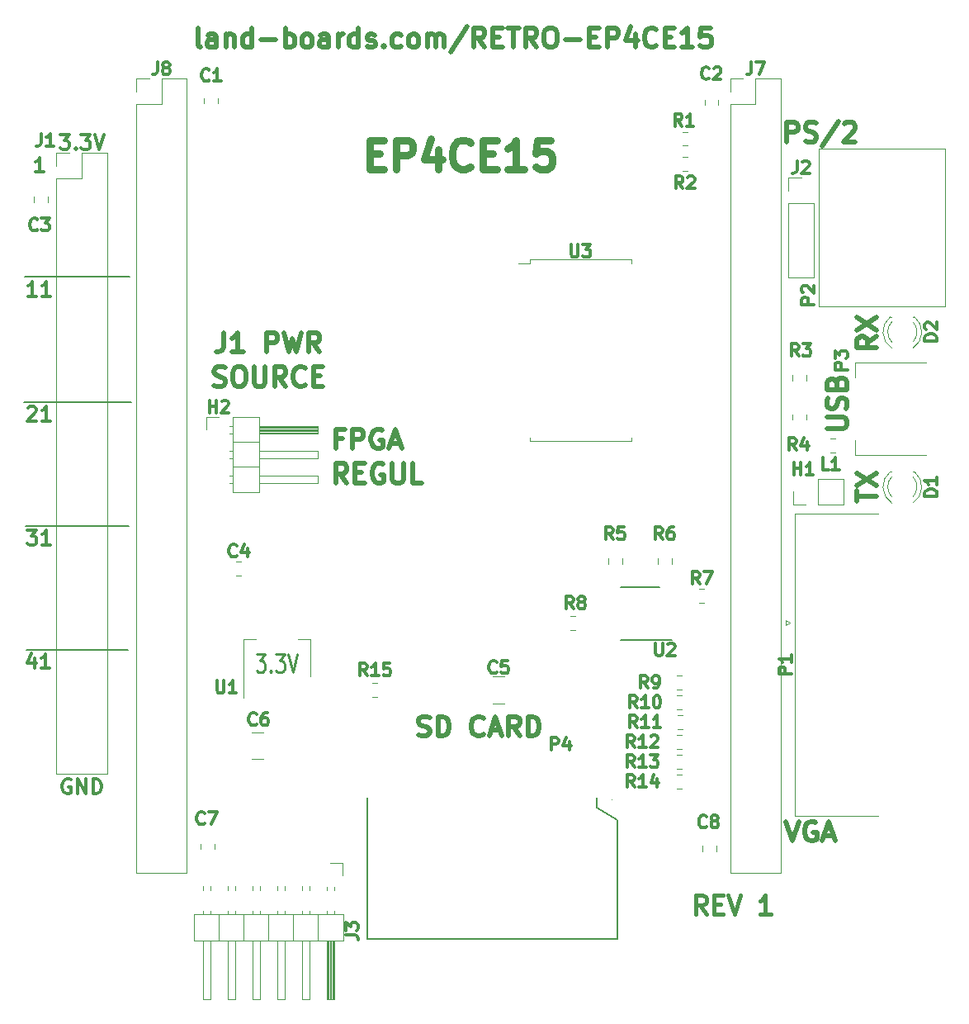
<source format=gbr>
G04 #@! TF.GenerationSoftware,KiCad,Pcbnew,(5.0.2)-1*
G04 #@! TF.CreationDate,2019-12-01T08:35:55-05:00*
G04 #@! TF.ProjectId,RETRO-EP4CE15,52455452-4f2d-4455-9034-434531352e6b,1*
G04 #@! TF.SameCoordinates,Original*
G04 #@! TF.FileFunction,Legend,Top*
G04 #@! TF.FilePolarity,Positive*
%FSLAX46Y46*%
G04 Gerber Fmt 4.6, Leading zero omitted, Abs format (unit mm)*
G04 Created by KiCad (PCBNEW (5.0.2)-1) date 12/1/2019 8:35:55 AM*
%MOMM*%
%LPD*%
G01*
G04 APERTURE LIST*
%ADD10C,0.500000*%
%ADD11C,0.300000*%
%ADD12C,0.200000*%
%ADD13C,0.285750*%
%ADD14C,0.750000*%
%ADD15C,0.381000*%
%ADD16C,0.120000*%
%ADD17C,0.150000*%
%ADD18C,0.010000*%
%ADD19C,0.317500*%
G04 APERTURE END LIST*
D10*
X43123857Y-53733142D02*
X42457190Y-53733142D01*
X42457190Y-54780761D02*
X42457190Y-52780761D01*
X43409571Y-52780761D01*
X44171476Y-54780761D02*
X44171476Y-52780761D01*
X44933380Y-52780761D01*
X45123857Y-52876000D01*
X45219095Y-52971238D01*
X45314333Y-53161714D01*
X45314333Y-53447428D01*
X45219095Y-53637904D01*
X45123857Y-53733142D01*
X44933380Y-53828380D01*
X44171476Y-53828380D01*
X47219095Y-52876000D02*
X47028619Y-52780761D01*
X46742904Y-52780761D01*
X46457190Y-52876000D01*
X46266714Y-53066476D01*
X46171476Y-53256952D01*
X46076238Y-53637904D01*
X46076238Y-53923619D01*
X46171476Y-54304571D01*
X46266714Y-54495047D01*
X46457190Y-54685523D01*
X46742904Y-54780761D01*
X46933380Y-54780761D01*
X47219095Y-54685523D01*
X47314333Y-54590285D01*
X47314333Y-53923619D01*
X46933380Y-53923619D01*
X48076238Y-54209333D02*
X49028619Y-54209333D01*
X47885761Y-54780761D02*
X48552428Y-52780761D01*
X49219095Y-54780761D01*
X43600047Y-58280761D02*
X42933380Y-57328380D01*
X42457190Y-58280761D02*
X42457190Y-56280761D01*
X43219095Y-56280761D01*
X43409571Y-56376000D01*
X43504809Y-56471238D01*
X43600047Y-56661714D01*
X43600047Y-56947428D01*
X43504809Y-57137904D01*
X43409571Y-57233142D01*
X43219095Y-57328380D01*
X42457190Y-57328380D01*
X44457190Y-57233142D02*
X45123857Y-57233142D01*
X45409571Y-58280761D02*
X44457190Y-58280761D01*
X44457190Y-56280761D01*
X45409571Y-56280761D01*
X47314333Y-56376000D02*
X47123857Y-56280761D01*
X46838142Y-56280761D01*
X46552428Y-56376000D01*
X46361952Y-56566476D01*
X46266714Y-56756952D01*
X46171476Y-57137904D01*
X46171476Y-57423619D01*
X46266714Y-57804571D01*
X46361952Y-57995047D01*
X46552428Y-58185523D01*
X46838142Y-58280761D01*
X47028619Y-58280761D01*
X47314333Y-58185523D01*
X47409571Y-58090285D01*
X47409571Y-57423619D01*
X47028619Y-57423619D01*
X48266714Y-56280761D02*
X48266714Y-57899809D01*
X48361952Y-58090285D01*
X48457190Y-58185523D01*
X48647666Y-58280761D01*
X49028619Y-58280761D01*
X49219095Y-58185523D01*
X49314333Y-58090285D01*
X49409571Y-57899809D01*
X49409571Y-56280761D01*
X51314333Y-58280761D02*
X50361952Y-58280761D01*
X50361952Y-56280761D01*
X97932761Y-43259333D02*
X96980380Y-43926000D01*
X97932761Y-44402190D02*
X95932761Y-44402190D01*
X95932761Y-43640285D01*
X96028000Y-43449809D01*
X96123238Y-43354571D01*
X96313714Y-43259333D01*
X96599428Y-43259333D01*
X96789904Y-43354571D01*
X96885142Y-43449809D01*
X96980380Y-43640285D01*
X96980380Y-44402190D01*
X95932761Y-42592666D02*
X97932761Y-41259333D01*
X95932761Y-41259333D02*
X97932761Y-42592666D01*
X95932761Y-60197809D02*
X95932761Y-59054952D01*
X97932761Y-59626380D02*
X95932761Y-59626380D01*
X95932761Y-58578761D02*
X97932761Y-57245428D01*
X95932761Y-57245428D02*
X97932761Y-58578761D01*
X30988571Y-42874761D02*
X30988571Y-44303333D01*
X30893333Y-44589047D01*
X30702857Y-44779523D01*
X30417142Y-44874761D01*
X30226666Y-44874761D01*
X32988571Y-44874761D02*
X31845714Y-44874761D01*
X32417142Y-44874761D02*
X32417142Y-42874761D01*
X32226666Y-43160476D01*
X32036190Y-43350952D01*
X31845714Y-43446190D01*
X35369523Y-44874761D02*
X35369523Y-42874761D01*
X36131428Y-42874761D01*
X36321904Y-42970000D01*
X36417142Y-43065238D01*
X36512380Y-43255714D01*
X36512380Y-43541428D01*
X36417142Y-43731904D01*
X36321904Y-43827142D01*
X36131428Y-43922380D01*
X35369523Y-43922380D01*
X37179047Y-42874761D02*
X37655238Y-44874761D01*
X38036190Y-43446190D01*
X38417142Y-44874761D01*
X38893333Y-42874761D01*
X40798095Y-44874761D02*
X40131428Y-43922380D01*
X39655238Y-44874761D02*
X39655238Y-42874761D01*
X40417142Y-42874761D01*
X40607619Y-42970000D01*
X40702857Y-43065238D01*
X40798095Y-43255714D01*
X40798095Y-43541428D01*
X40702857Y-43731904D01*
X40607619Y-43827142D01*
X40417142Y-43922380D01*
X39655238Y-43922380D01*
X29988571Y-48279523D02*
X30274285Y-48374761D01*
X30750476Y-48374761D01*
X30940952Y-48279523D01*
X31036190Y-48184285D01*
X31131428Y-47993809D01*
X31131428Y-47803333D01*
X31036190Y-47612857D01*
X30940952Y-47517619D01*
X30750476Y-47422380D01*
X30369523Y-47327142D01*
X30179047Y-47231904D01*
X30083809Y-47136666D01*
X29988571Y-46946190D01*
X29988571Y-46755714D01*
X30083809Y-46565238D01*
X30179047Y-46470000D01*
X30369523Y-46374761D01*
X30845714Y-46374761D01*
X31131428Y-46470000D01*
X32369523Y-46374761D02*
X32750476Y-46374761D01*
X32940952Y-46470000D01*
X33131428Y-46660476D01*
X33226666Y-47041428D01*
X33226666Y-47708095D01*
X33131428Y-48089047D01*
X32940952Y-48279523D01*
X32750476Y-48374761D01*
X32369523Y-48374761D01*
X32179047Y-48279523D01*
X31988571Y-48089047D01*
X31893333Y-47708095D01*
X31893333Y-47041428D01*
X31988571Y-46660476D01*
X32179047Y-46470000D01*
X32369523Y-46374761D01*
X34083809Y-46374761D02*
X34083809Y-47993809D01*
X34179047Y-48184285D01*
X34274285Y-48279523D01*
X34464761Y-48374761D01*
X34845714Y-48374761D01*
X35036190Y-48279523D01*
X35131428Y-48184285D01*
X35226666Y-47993809D01*
X35226666Y-46374761D01*
X37321904Y-48374761D02*
X36655238Y-47422380D01*
X36179047Y-48374761D02*
X36179047Y-46374761D01*
X36940952Y-46374761D01*
X37131428Y-46470000D01*
X37226666Y-46565238D01*
X37321904Y-46755714D01*
X37321904Y-47041428D01*
X37226666Y-47231904D01*
X37131428Y-47327142D01*
X36940952Y-47422380D01*
X36179047Y-47422380D01*
X39321904Y-48184285D02*
X39226666Y-48279523D01*
X38940952Y-48374761D01*
X38750476Y-48374761D01*
X38464761Y-48279523D01*
X38274285Y-48089047D01*
X38179047Y-47898571D01*
X38083809Y-47517619D01*
X38083809Y-47231904D01*
X38179047Y-46850952D01*
X38274285Y-46660476D01*
X38464761Y-46470000D01*
X38750476Y-46374761D01*
X38940952Y-46374761D01*
X39226666Y-46470000D01*
X39321904Y-46565238D01*
X40179047Y-47327142D02*
X40845714Y-47327142D01*
X41131428Y-48374761D02*
X40179047Y-48374761D01*
X40179047Y-46374761D01*
X41131428Y-46374761D01*
X88662190Y-92986361D02*
X89328857Y-94986361D01*
X89995523Y-92986361D01*
X91709809Y-93081600D02*
X91519333Y-92986361D01*
X91233619Y-92986361D01*
X90947904Y-93081600D01*
X90757428Y-93272076D01*
X90662190Y-93462552D01*
X90566952Y-93843504D01*
X90566952Y-94129219D01*
X90662190Y-94510171D01*
X90757428Y-94700647D01*
X90947904Y-94891123D01*
X91233619Y-94986361D01*
X91424095Y-94986361D01*
X91709809Y-94891123D01*
X91805047Y-94795885D01*
X91805047Y-94129219D01*
X91424095Y-94129219D01*
X92566952Y-94414933D02*
X93519333Y-94414933D01*
X92376476Y-94986361D02*
X93043142Y-92986361D01*
X93709809Y-94986361D01*
X50959523Y-84121523D02*
X51245238Y-84216761D01*
X51721428Y-84216761D01*
X51911904Y-84121523D01*
X52007142Y-84026285D01*
X52102380Y-83835809D01*
X52102380Y-83645333D01*
X52007142Y-83454857D01*
X51911904Y-83359619D01*
X51721428Y-83264380D01*
X51340476Y-83169142D01*
X51150000Y-83073904D01*
X51054761Y-82978666D01*
X50959523Y-82788190D01*
X50959523Y-82597714D01*
X51054761Y-82407238D01*
X51150000Y-82312000D01*
X51340476Y-82216761D01*
X51816666Y-82216761D01*
X52102380Y-82312000D01*
X52959523Y-84216761D02*
X52959523Y-82216761D01*
X53435714Y-82216761D01*
X53721428Y-82312000D01*
X53911904Y-82502476D01*
X54007142Y-82692952D01*
X54102380Y-83073904D01*
X54102380Y-83359619D01*
X54007142Y-83740571D01*
X53911904Y-83931047D01*
X53721428Y-84121523D01*
X53435714Y-84216761D01*
X52959523Y-84216761D01*
X57626190Y-84026285D02*
X57530952Y-84121523D01*
X57245238Y-84216761D01*
X57054761Y-84216761D01*
X56769047Y-84121523D01*
X56578571Y-83931047D01*
X56483333Y-83740571D01*
X56388095Y-83359619D01*
X56388095Y-83073904D01*
X56483333Y-82692952D01*
X56578571Y-82502476D01*
X56769047Y-82312000D01*
X57054761Y-82216761D01*
X57245238Y-82216761D01*
X57530952Y-82312000D01*
X57626190Y-82407238D01*
X58388095Y-83645333D02*
X59340476Y-83645333D01*
X58197619Y-84216761D02*
X58864285Y-82216761D01*
X59530952Y-84216761D01*
X61340476Y-84216761D02*
X60673809Y-83264380D01*
X60197619Y-84216761D02*
X60197619Y-82216761D01*
X60959523Y-82216761D01*
X61150000Y-82312000D01*
X61245238Y-82407238D01*
X61340476Y-82597714D01*
X61340476Y-82883428D01*
X61245238Y-83073904D01*
X61150000Y-83169142D01*
X60959523Y-83264380D01*
X60197619Y-83264380D01*
X62197619Y-84216761D02*
X62197619Y-82216761D01*
X62673809Y-82216761D01*
X62959523Y-82312000D01*
X63150000Y-82502476D01*
X63245238Y-82692952D01*
X63340476Y-83073904D01*
X63340476Y-83359619D01*
X63245238Y-83740571D01*
X63150000Y-83931047D01*
X62959523Y-84121523D01*
X62673809Y-84216761D01*
X62197619Y-84216761D01*
D11*
X14219514Y-22571971D02*
X15148085Y-22571971D01*
X14648085Y-23143400D01*
X14862371Y-23143400D01*
X15005228Y-23214828D01*
X15076657Y-23286257D01*
X15148085Y-23429114D01*
X15148085Y-23786257D01*
X15076657Y-23929114D01*
X15005228Y-24000542D01*
X14862371Y-24071971D01*
X14433800Y-24071971D01*
X14290942Y-24000542D01*
X14219514Y-23929114D01*
X15790942Y-23929114D02*
X15862371Y-24000542D01*
X15790942Y-24071971D01*
X15719514Y-24000542D01*
X15790942Y-23929114D01*
X15790942Y-24071971D01*
X16362371Y-22571971D02*
X17290942Y-22571971D01*
X16790942Y-23143400D01*
X17005228Y-23143400D01*
X17148085Y-23214828D01*
X17219514Y-23286257D01*
X17290942Y-23429114D01*
X17290942Y-23786257D01*
X17219514Y-23929114D01*
X17148085Y-24000542D01*
X17005228Y-24071971D01*
X16576657Y-24071971D01*
X16433800Y-24000542D01*
X16362371Y-23929114D01*
X17719514Y-22571971D02*
X18219514Y-24071971D01*
X18719514Y-22571971D01*
X15265542Y-88708800D02*
X15122685Y-88637371D01*
X14908400Y-88637371D01*
X14694114Y-88708800D01*
X14551257Y-88851657D01*
X14479828Y-88994514D01*
X14408400Y-89280228D01*
X14408400Y-89494514D01*
X14479828Y-89780228D01*
X14551257Y-89923085D01*
X14694114Y-90065942D01*
X14908400Y-90137371D01*
X15051257Y-90137371D01*
X15265542Y-90065942D01*
X15336971Y-89994514D01*
X15336971Y-89494514D01*
X15051257Y-89494514D01*
X15979828Y-90137371D02*
X15979828Y-88637371D01*
X16836971Y-90137371D01*
X16836971Y-88637371D01*
X17551257Y-90137371D02*
X17551257Y-88637371D01*
X17908400Y-88637371D01*
X18122685Y-88708800D01*
X18265542Y-88851657D01*
X18336971Y-88994514D01*
X18408400Y-89280228D01*
X18408400Y-89494514D01*
X18336971Y-89780228D01*
X18265542Y-89923085D01*
X18122685Y-90065942D01*
X17908400Y-90137371D01*
X17551257Y-90137371D01*
X11560228Y-76284971D02*
X11560228Y-77284971D01*
X11203085Y-75713542D02*
X10845942Y-76784971D01*
X11774514Y-76784971D01*
X13131657Y-77284971D02*
X12274514Y-77284971D01*
X12703085Y-77284971D02*
X12703085Y-75784971D01*
X12560228Y-75999257D01*
X12417371Y-76142114D01*
X12274514Y-76213542D01*
X10850714Y-63135771D02*
X11779285Y-63135771D01*
X11279285Y-63707200D01*
X11493571Y-63707200D01*
X11636428Y-63778628D01*
X11707857Y-63850057D01*
X11779285Y-63992914D01*
X11779285Y-64350057D01*
X11707857Y-64492914D01*
X11636428Y-64564342D01*
X11493571Y-64635771D01*
X11065000Y-64635771D01*
X10922142Y-64564342D01*
X10850714Y-64492914D01*
X13207857Y-64635771D02*
X12350714Y-64635771D01*
X12779285Y-64635771D02*
X12779285Y-63135771D01*
X12636428Y-63350057D01*
X12493571Y-63492914D01*
X12350714Y-63564342D01*
X10896742Y-50553228D02*
X10968171Y-50481800D01*
X11111028Y-50410371D01*
X11468171Y-50410371D01*
X11611028Y-50481800D01*
X11682457Y-50553228D01*
X11753885Y-50696085D01*
X11753885Y-50838942D01*
X11682457Y-51053228D01*
X10825314Y-51910371D01*
X11753885Y-51910371D01*
X13182457Y-51910371D02*
X12325314Y-51910371D01*
X12753885Y-51910371D02*
X12753885Y-50410371D01*
X12611028Y-50624657D01*
X12468171Y-50767514D01*
X12325314Y-50838942D01*
X11779285Y-39159571D02*
X10922142Y-39159571D01*
X11350714Y-39159571D02*
X11350714Y-37659571D01*
X11207857Y-37873857D01*
X11065000Y-38016714D01*
X10922142Y-38088142D01*
X13207857Y-39159571D02*
X12350714Y-39159571D01*
X12779285Y-39159571D02*
X12779285Y-37659571D01*
X12636428Y-37873857D01*
X12493571Y-38016714D01*
X12350714Y-38088142D01*
X12544371Y-26408771D02*
X11687228Y-26408771D01*
X12115800Y-26408771D02*
X12115800Y-24908771D01*
X11972942Y-25123057D01*
X11830085Y-25265914D01*
X11687228Y-25337342D01*
D12*
X21158200Y-75361800D02*
X10718800Y-75387200D01*
X21234400Y-62687200D02*
X10668000Y-62661800D01*
X21513800Y-49961800D02*
X10490200Y-49961800D01*
X21336000Y-37134800D02*
X10541000Y-37134800D01*
D10*
X92884761Y-52688809D02*
X94503809Y-52688809D01*
X94694285Y-52593571D01*
X94789523Y-52498333D01*
X94884761Y-52307857D01*
X94884761Y-51926904D01*
X94789523Y-51736428D01*
X94694285Y-51641190D01*
X94503809Y-51545952D01*
X92884761Y-51545952D01*
X94789523Y-50688809D02*
X94884761Y-50403095D01*
X94884761Y-49926904D01*
X94789523Y-49736428D01*
X94694285Y-49641190D01*
X94503809Y-49545952D01*
X94313333Y-49545952D01*
X94122857Y-49641190D01*
X94027619Y-49736428D01*
X93932380Y-49926904D01*
X93837142Y-50307857D01*
X93741904Y-50498333D01*
X93646666Y-50593571D01*
X93456190Y-50688809D01*
X93265714Y-50688809D01*
X93075238Y-50593571D01*
X92980000Y-50498333D01*
X92884761Y-50307857D01*
X92884761Y-49831666D01*
X92980000Y-49545952D01*
X93837142Y-48022142D02*
X93932380Y-47736428D01*
X94027619Y-47641190D01*
X94218095Y-47545952D01*
X94503809Y-47545952D01*
X94694285Y-47641190D01*
X94789523Y-47736428D01*
X94884761Y-47926904D01*
X94884761Y-48688809D01*
X92884761Y-48688809D01*
X92884761Y-48022142D01*
X92980000Y-47831666D01*
X93075238Y-47736428D01*
X93265714Y-47641190D01*
X93456190Y-47641190D01*
X93646666Y-47736428D01*
X93741904Y-47831666D01*
X93837142Y-48022142D01*
X93837142Y-48688809D01*
D13*
X34335961Y-75791785D02*
X35200771Y-75791785D01*
X34735104Y-76517500D01*
X34934676Y-76517500D01*
X35067723Y-76608214D01*
X35134247Y-76698928D01*
X35200771Y-76880357D01*
X35200771Y-77333928D01*
X35134247Y-77515357D01*
X35067723Y-77606071D01*
X34934676Y-77696785D01*
X34535533Y-77696785D01*
X34402485Y-77606071D01*
X34335961Y-77515357D01*
X35799485Y-77515357D02*
X35866009Y-77606071D01*
X35799485Y-77696785D01*
X35732961Y-77606071D01*
X35799485Y-77515357D01*
X35799485Y-77696785D01*
X36331676Y-75791785D02*
X37196485Y-75791785D01*
X36730819Y-76517500D01*
X36930390Y-76517500D01*
X37063438Y-76608214D01*
X37129961Y-76698928D01*
X37196485Y-76880357D01*
X37196485Y-77333928D01*
X37129961Y-77515357D01*
X37063438Y-77606071D01*
X36930390Y-77696785D01*
X36531247Y-77696785D01*
X36398200Y-77606071D01*
X36331676Y-77515357D01*
X37595628Y-75791785D02*
X38061295Y-77696785D01*
X38526961Y-75791785D01*
D10*
X88723809Y-23304761D02*
X88723809Y-21304761D01*
X89485714Y-21304761D01*
X89676190Y-21400000D01*
X89771428Y-21495238D01*
X89866666Y-21685714D01*
X89866666Y-21971428D01*
X89771428Y-22161904D01*
X89676190Y-22257142D01*
X89485714Y-22352380D01*
X88723809Y-22352380D01*
X90628571Y-23209523D02*
X90914285Y-23304761D01*
X91390476Y-23304761D01*
X91580952Y-23209523D01*
X91676190Y-23114285D01*
X91771428Y-22923809D01*
X91771428Y-22733333D01*
X91676190Y-22542857D01*
X91580952Y-22447619D01*
X91390476Y-22352380D01*
X91009523Y-22257142D01*
X90819047Y-22161904D01*
X90723809Y-22066666D01*
X90628571Y-21876190D01*
X90628571Y-21685714D01*
X90723809Y-21495238D01*
X90819047Y-21400000D01*
X91009523Y-21304761D01*
X91485714Y-21304761D01*
X91771428Y-21400000D01*
X94057142Y-21209523D02*
X92342857Y-23780952D01*
X94628571Y-21495238D02*
X94723809Y-21400000D01*
X94914285Y-21304761D01*
X95390476Y-21304761D01*
X95580952Y-21400000D01*
X95676190Y-21495238D01*
X95771428Y-21685714D01*
X95771428Y-21876190D01*
X95676190Y-22161904D01*
X94533333Y-23304761D01*
X95771428Y-23304761D01*
D14*
X45959285Y-24550714D02*
X46959285Y-24550714D01*
X47387857Y-26122142D02*
X45959285Y-26122142D01*
X45959285Y-23122142D01*
X47387857Y-23122142D01*
X48673571Y-26122142D02*
X48673571Y-23122142D01*
X49816428Y-23122142D01*
X50102142Y-23265000D01*
X50245000Y-23407857D01*
X50387857Y-23693571D01*
X50387857Y-24122142D01*
X50245000Y-24407857D01*
X50102142Y-24550714D01*
X49816428Y-24693571D01*
X48673571Y-24693571D01*
X52959285Y-24122142D02*
X52959285Y-26122142D01*
X52245000Y-22979285D02*
X51530714Y-25122142D01*
X53387857Y-25122142D01*
X56245000Y-25836428D02*
X56102142Y-25979285D01*
X55673571Y-26122142D01*
X55387857Y-26122142D01*
X54959285Y-25979285D01*
X54673571Y-25693571D01*
X54530714Y-25407857D01*
X54387857Y-24836428D01*
X54387857Y-24407857D01*
X54530714Y-23836428D01*
X54673571Y-23550714D01*
X54959285Y-23265000D01*
X55387857Y-23122142D01*
X55673571Y-23122142D01*
X56102142Y-23265000D01*
X56245000Y-23407857D01*
X57530714Y-24550714D02*
X58530714Y-24550714D01*
X58959285Y-26122142D02*
X57530714Y-26122142D01*
X57530714Y-23122142D01*
X58959285Y-23122142D01*
X61816428Y-26122142D02*
X60102142Y-26122142D01*
X60959285Y-26122142D02*
X60959285Y-23122142D01*
X60673571Y-23550714D01*
X60387857Y-23836428D01*
X60102142Y-23979285D01*
X64530714Y-23122142D02*
X63102142Y-23122142D01*
X62959285Y-24550714D01*
X63102142Y-24407857D01*
X63387857Y-24265000D01*
X64102142Y-24265000D01*
X64387857Y-24407857D01*
X64530714Y-24550714D01*
X64673571Y-24836428D01*
X64673571Y-25550714D01*
X64530714Y-25836428D01*
X64387857Y-25979285D01*
X64102142Y-26122142D01*
X63387857Y-26122142D01*
X63102142Y-25979285D01*
X62959285Y-25836428D01*
D15*
X80463571Y-102461785D02*
X79828571Y-101554642D01*
X79375000Y-102461785D02*
X79375000Y-100556785D01*
X80100714Y-100556785D01*
X80282142Y-100647500D01*
X80372857Y-100738214D01*
X80463571Y-100919642D01*
X80463571Y-101191785D01*
X80372857Y-101373214D01*
X80282142Y-101463928D01*
X80100714Y-101554642D01*
X79375000Y-101554642D01*
X81280000Y-101463928D02*
X81915000Y-101463928D01*
X82187142Y-102461785D02*
X81280000Y-102461785D01*
X81280000Y-100556785D01*
X82187142Y-100556785D01*
X82731428Y-100556785D02*
X83366428Y-102461785D01*
X84001428Y-100556785D01*
X87085714Y-102461785D02*
X85997142Y-102461785D01*
X86541428Y-102461785D02*
X86541428Y-100556785D01*
X86360000Y-100828928D01*
X86178571Y-101010357D01*
X85997142Y-101101071D01*
D10*
X28609999Y-13604761D02*
X28419523Y-13509523D01*
X28324285Y-13319047D01*
X28324285Y-11604761D01*
X30229047Y-13604761D02*
X30229047Y-12557142D01*
X30133809Y-12366666D01*
X29943333Y-12271428D01*
X29562380Y-12271428D01*
X29371904Y-12366666D01*
X30229047Y-13509523D02*
X30038571Y-13604761D01*
X29562380Y-13604761D01*
X29371904Y-13509523D01*
X29276666Y-13319047D01*
X29276666Y-13128571D01*
X29371904Y-12938095D01*
X29562380Y-12842857D01*
X30038571Y-12842857D01*
X30229047Y-12747619D01*
X31181428Y-12271428D02*
X31181428Y-13604761D01*
X31181428Y-12461904D02*
X31276666Y-12366666D01*
X31467142Y-12271428D01*
X31752857Y-12271428D01*
X31943333Y-12366666D01*
X32038571Y-12557142D01*
X32038571Y-13604761D01*
X33848095Y-13604761D02*
X33848095Y-11604761D01*
X33848095Y-13509523D02*
X33657619Y-13604761D01*
X33276666Y-13604761D01*
X33086190Y-13509523D01*
X32990952Y-13414285D01*
X32895714Y-13223809D01*
X32895714Y-12652380D01*
X32990952Y-12461904D01*
X33086190Y-12366666D01*
X33276666Y-12271428D01*
X33657619Y-12271428D01*
X33848095Y-12366666D01*
X34800476Y-12842857D02*
X36324285Y-12842857D01*
X37276666Y-13604761D02*
X37276666Y-11604761D01*
X37276666Y-12366666D02*
X37467142Y-12271428D01*
X37848095Y-12271428D01*
X38038571Y-12366666D01*
X38133809Y-12461904D01*
X38229047Y-12652380D01*
X38229047Y-13223809D01*
X38133809Y-13414285D01*
X38038571Y-13509523D01*
X37848095Y-13604761D01*
X37467142Y-13604761D01*
X37276666Y-13509523D01*
X39371904Y-13604761D02*
X39181428Y-13509523D01*
X39086190Y-13414285D01*
X38990952Y-13223809D01*
X38990952Y-12652380D01*
X39086190Y-12461904D01*
X39181428Y-12366666D01*
X39371904Y-12271428D01*
X39657619Y-12271428D01*
X39848095Y-12366666D01*
X39943333Y-12461904D01*
X40038571Y-12652380D01*
X40038571Y-13223809D01*
X39943333Y-13414285D01*
X39848095Y-13509523D01*
X39657619Y-13604761D01*
X39371904Y-13604761D01*
X41752857Y-13604761D02*
X41752857Y-12557142D01*
X41657619Y-12366666D01*
X41467142Y-12271428D01*
X41086190Y-12271428D01*
X40895714Y-12366666D01*
X41752857Y-13509523D02*
X41562380Y-13604761D01*
X41086190Y-13604761D01*
X40895714Y-13509523D01*
X40800476Y-13319047D01*
X40800476Y-13128571D01*
X40895714Y-12938095D01*
X41086190Y-12842857D01*
X41562380Y-12842857D01*
X41752857Y-12747619D01*
X42705238Y-13604761D02*
X42705238Y-12271428D01*
X42705238Y-12652380D02*
X42800476Y-12461904D01*
X42895714Y-12366666D01*
X43086190Y-12271428D01*
X43276666Y-12271428D01*
X44800476Y-13604761D02*
X44800476Y-11604761D01*
X44800476Y-13509523D02*
X44610000Y-13604761D01*
X44229047Y-13604761D01*
X44038571Y-13509523D01*
X43943333Y-13414285D01*
X43848095Y-13223809D01*
X43848095Y-12652380D01*
X43943333Y-12461904D01*
X44038571Y-12366666D01*
X44229047Y-12271428D01*
X44610000Y-12271428D01*
X44800476Y-12366666D01*
X45657619Y-13509523D02*
X45848095Y-13604761D01*
X46229047Y-13604761D01*
X46419523Y-13509523D01*
X46514761Y-13319047D01*
X46514761Y-13223809D01*
X46419523Y-13033333D01*
X46229047Y-12938095D01*
X45943333Y-12938095D01*
X45752857Y-12842857D01*
X45657619Y-12652380D01*
X45657619Y-12557142D01*
X45752857Y-12366666D01*
X45943333Y-12271428D01*
X46229047Y-12271428D01*
X46419523Y-12366666D01*
X47371904Y-13414285D02*
X47467142Y-13509523D01*
X47371904Y-13604761D01*
X47276666Y-13509523D01*
X47371904Y-13414285D01*
X47371904Y-13604761D01*
X49181428Y-13509523D02*
X48990952Y-13604761D01*
X48610000Y-13604761D01*
X48419523Y-13509523D01*
X48324285Y-13414285D01*
X48229047Y-13223809D01*
X48229047Y-12652380D01*
X48324285Y-12461904D01*
X48419523Y-12366666D01*
X48610000Y-12271428D01*
X48990952Y-12271428D01*
X49181428Y-12366666D01*
X50324285Y-13604761D02*
X50133809Y-13509523D01*
X50038571Y-13414285D01*
X49943333Y-13223809D01*
X49943333Y-12652380D01*
X50038571Y-12461904D01*
X50133809Y-12366666D01*
X50324285Y-12271428D01*
X50610000Y-12271428D01*
X50800476Y-12366666D01*
X50895714Y-12461904D01*
X50990952Y-12652380D01*
X50990952Y-13223809D01*
X50895714Y-13414285D01*
X50800476Y-13509523D01*
X50610000Y-13604761D01*
X50324285Y-13604761D01*
X51848095Y-13604761D02*
X51848095Y-12271428D01*
X51848095Y-12461904D02*
X51943333Y-12366666D01*
X52133809Y-12271428D01*
X52419523Y-12271428D01*
X52610000Y-12366666D01*
X52705238Y-12557142D01*
X52705238Y-13604761D01*
X52705238Y-12557142D02*
X52800476Y-12366666D01*
X52990952Y-12271428D01*
X53276666Y-12271428D01*
X53467142Y-12366666D01*
X53562380Y-12557142D01*
X53562380Y-13604761D01*
X55943333Y-11509523D02*
X54229047Y-14080952D01*
X57752857Y-13604761D02*
X57086190Y-12652380D01*
X56610000Y-13604761D02*
X56610000Y-11604761D01*
X57371904Y-11604761D01*
X57562380Y-11700000D01*
X57657619Y-11795238D01*
X57752857Y-11985714D01*
X57752857Y-12271428D01*
X57657619Y-12461904D01*
X57562380Y-12557142D01*
X57371904Y-12652380D01*
X56610000Y-12652380D01*
X58610000Y-12557142D02*
X59276666Y-12557142D01*
X59562380Y-13604761D02*
X58610000Y-13604761D01*
X58610000Y-11604761D01*
X59562380Y-11604761D01*
X60133809Y-11604761D02*
X61276666Y-11604761D01*
X60705238Y-13604761D02*
X60705238Y-11604761D01*
X63086190Y-13604761D02*
X62419523Y-12652380D01*
X61943333Y-13604761D02*
X61943333Y-11604761D01*
X62705238Y-11604761D01*
X62895714Y-11700000D01*
X62990952Y-11795238D01*
X63086190Y-11985714D01*
X63086190Y-12271428D01*
X62990952Y-12461904D01*
X62895714Y-12557142D01*
X62705238Y-12652380D01*
X61943333Y-12652380D01*
X64324285Y-11604761D02*
X64705238Y-11604761D01*
X64895714Y-11700000D01*
X65086190Y-11890476D01*
X65181428Y-12271428D01*
X65181428Y-12938095D01*
X65086190Y-13319047D01*
X64895714Y-13509523D01*
X64705238Y-13604761D01*
X64324285Y-13604761D01*
X64133809Y-13509523D01*
X63943333Y-13319047D01*
X63848095Y-12938095D01*
X63848095Y-12271428D01*
X63943333Y-11890476D01*
X64133809Y-11700000D01*
X64324285Y-11604761D01*
X66038571Y-12842857D02*
X67562380Y-12842857D01*
X68514761Y-12557142D02*
X69181428Y-12557142D01*
X69467142Y-13604761D02*
X68514761Y-13604761D01*
X68514761Y-11604761D01*
X69467142Y-11604761D01*
X70324285Y-13604761D02*
X70324285Y-11604761D01*
X71086190Y-11604761D01*
X71276666Y-11700000D01*
X71371904Y-11795238D01*
X71467142Y-11985714D01*
X71467142Y-12271428D01*
X71371904Y-12461904D01*
X71276666Y-12557142D01*
X71086190Y-12652380D01*
X70324285Y-12652380D01*
X73181428Y-12271428D02*
X73181428Y-13604761D01*
X72705238Y-11509523D02*
X72229047Y-12938095D01*
X73467142Y-12938095D01*
X75371904Y-13414285D02*
X75276666Y-13509523D01*
X74990952Y-13604761D01*
X74800476Y-13604761D01*
X74514761Y-13509523D01*
X74324285Y-13319047D01*
X74229047Y-13128571D01*
X74133809Y-12747619D01*
X74133809Y-12461904D01*
X74229047Y-12080952D01*
X74324285Y-11890476D01*
X74514761Y-11700000D01*
X74800476Y-11604761D01*
X74990952Y-11604761D01*
X75276666Y-11700000D01*
X75371904Y-11795238D01*
X76229047Y-12557142D02*
X76895714Y-12557142D01*
X77181428Y-13604761D02*
X76229047Y-13604761D01*
X76229047Y-11604761D01*
X77181428Y-11604761D01*
X79086190Y-13604761D02*
X77943333Y-13604761D01*
X78514761Y-13604761D02*
X78514761Y-11604761D01*
X78324285Y-11890476D01*
X78133809Y-12080952D01*
X77943333Y-12176190D01*
X80895714Y-11604761D02*
X79943333Y-11604761D01*
X79848095Y-12557142D01*
X79943333Y-12461904D01*
X80133809Y-12366666D01*
X80609999Y-12366666D01*
X80800476Y-12461904D01*
X80895714Y-12557142D01*
X80990952Y-12747619D01*
X80990952Y-13223809D01*
X80895714Y-13414285D01*
X80800476Y-13509523D01*
X80609999Y-13604761D01*
X80133809Y-13604761D01*
X79943333Y-13509523D01*
X79848095Y-13414285D01*
D16*
G04 #@! TO.C,P1*
X98141400Y-92418600D02*
X89541400Y-92418600D01*
X89541400Y-92418600D02*
X89541400Y-61448600D01*
X89541400Y-61448600D02*
X98141400Y-61448600D01*
X88647062Y-72868600D02*
X88647062Y-72368600D01*
X88647062Y-72368600D02*
X89080075Y-72618600D01*
X89080075Y-72618600D02*
X88647062Y-72868600D01*
G04 #@! TO.C,R7*
X79748748Y-69140000D02*
X80271252Y-69140000D01*
X79748748Y-70560000D02*
X80271252Y-70560000D01*
G04 #@! TO.C,R2*
X78569452Y-26287800D02*
X78046948Y-26287800D01*
X78569452Y-24867800D02*
X78046948Y-24867800D01*
G04 #@! TO.C,D2*
X99504000Y-41239000D02*
X99348000Y-41239000D01*
X101820000Y-41239000D02*
X101664000Y-41239000D01*
X99504163Y-43840130D02*
G75*
G02X99504000Y-41758039I1079837J1041130D01*
G01*
X101663837Y-43840130D02*
G75*
G03X101664000Y-41758039I-1079837J1041130D01*
G01*
X99505392Y-44471335D02*
G75*
G02X99348484Y-41239000I1078608J1672335D01*
G01*
X101662608Y-44471335D02*
G75*
G03X101819516Y-41239000I-1078608J1672335D01*
G01*
G04 #@! TO.C,J7*
X82920000Y-16836000D02*
X84250000Y-16836000D01*
X82920000Y-18166000D02*
X82920000Y-16836000D01*
X85520000Y-16836000D02*
X88120000Y-16836000D01*
X85520000Y-19436000D02*
X85520000Y-16836000D01*
X82920000Y-19436000D02*
X85520000Y-19436000D01*
X88120000Y-16836000D02*
X88120000Y-98236000D01*
X82920000Y-19436000D02*
X82920000Y-98236000D01*
X82920000Y-98236000D02*
X88120000Y-98236000D01*
G04 #@! TO.C,J8*
X21980000Y-16836000D02*
X23310000Y-16836000D01*
X21980000Y-18166000D02*
X21980000Y-16836000D01*
X24580000Y-16836000D02*
X27180000Y-16836000D01*
X24580000Y-19436000D02*
X24580000Y-16836000D01*
X21980000Y-19436000D02*
X24580000Y-19436000D01*
X27180000Y-16836000D02*
X27180000Y-98236000D01*
X21980000Y-19436000D02*
X21980000Y-98236000D01*
X21980000Y-98236000D02*
X27180000Y-98236000D01*
G04 #@! TO.C,R1*
X78569452Y-22277000D02*
X78046948Y-22277000D01*
X78569452Y-23697000D02*
X78046948Y-23697000D01*
G04 #@! TO.C,P2*
X92000000Y-24000000D02*
X105000000Y-24000000D01*
X92000000Y-40200000D02*
X105000000Y-40200000D01*
X92000000Y-40200000D02*
X92000000Y-24000000D01*
X105000000Y-40200000D02*
X105000000Y-24000000D01*
G04 #@! TO.C,U1*
X39833600Y-74315400D02*
X38573600Y-74315400D01*
X33013600Y-74315400D02*
X34273600Y-74315400D01*
X39833600Y-78075400D02*
X39833600Y-74315400D01*
X33013600Y-80325400D02*
X33013600Y-74315400D01*
G04 #@! TO.C,R9*
X77462748Y-79450000D02*
X77985252Y-79450000D01*
X77462748Y-78030000D02*
X77985252Y-78030000D01*
G04 #@! TO.C,R10*
X77462748Y-80062000D02*
X77985252Y-80062000D01*
X77462748Y-81482000D02*
X77985252Y-81482000D01*
G04 #@! TO.C,R11*
X77508548Y-83514000D02*
X78031052Y-83514000D01*
X77508548Y-82094000D02*
X78031052Y-82094000D01*
G04 #@! TO.C,R12*
X77462748Y-84126000D02*
X77985252Y-84126000D01*
X77462748Y-85546000D02*
X77985252Y-85546000D01*
G04 #@! TO.C,R13*
X77462748Y-87578000D02*
X77985252Y-87578000D01*
X77462748Y-86158000D02*
X77985252Y-86158000D01*
G04 #@! TO.C,R14*
X77462748Y-88190000D02*
X77985252Y-88190000D01*
X77462748Y-89610000D02*
X77985252Y-89610000D01*
G04 #@! TO.C,H1*
X89348000Y-60512000D02*
X89348000Y-59182000D01*
X90678000Y-60512000D02*
X89348000Y-60512000D01*
X91948000Y-60512000D02*
X91948000Y-57852000D01*
X91948000Y-57852000D02*
X94548000Y-57852000D01*
X91948000Y-60512000D02*
X94548000Y-60512000D01*
X94548000Y-60512000D02*
X94548000Y-57852000D01*
G04 #@! TO.C,J2*
X88870000Y-26970000D02*
X90200000Y-26970000D01*
X88870000Y-28300000D02*
X88870000Y-26970000D01*
X88870000Y-29570000D02*
X91530000Y-29570000D01*
X91530000Y-29570000D02*
X91530000Y-37250000D01*
X88870000Y-29570000D02*
X88870000Y-37250000D01*
X88870000Y-37250000D02*
X91530000Y-37250000D01*
G04 #@! TO.C,D1*
X101662608Y-60346335D02*
G75*
G03X101819516Y-57114000I-1078608J1672335D01*
G01*
X99505392Y-60346335D02*
G75*
G02X99348484Y-57114000I1078608J1672335D01*
G01*
X101663837Y-59715130D02*
G75*
G03X101664000Y-57633039I-1079837J1041130D01*
G01*
X99504163Y-59715130D02*
G75*
G02X99504000Y-57633039I1079837J1041130D01*
G01*
X101820000Y-57114000D02*
X101664000Y-57114000D01*
X99504000Y-57114000D02*
X99348000Y-57114000D01*
G04 #@! TO.C,R8*
X67063252Y-71934000D02*
X66540748Y-71934000D01*
X67063252Y-73354000D02*
X66540748Y-73354000D01*
G04 #@! TO.C,R5*
X71830000Y-66032748D02*
X71830000Y-66555252D01*
X70410000Y-66032748D02*
X70410000Y-66555252D01*
G04 #@! TO.C,R6*
X75490000Y-66032748D02*
X75490000Y-66555252D01*
X76910000Y-66032748D02*
X76910000Y-66555252D01*
D17*
G04 #@! TO.C,U2*
X75660000Y-68953000D02*
X71660000Y-68953000D01*
X76935000Y-74353000D02*
X71660000Y-74353000D01*
D16*
G04 #@! TO.C,J1*
X13810000Y-88090000D02*
X19010000Y-88090000D01*
X13810000Y-27070000D02*
X13810000Y-88090000D01*
X19010000Y-24470000D02*
X19010000Y-88090000D01*
X13810000Y-27070000D02*
X16410000Y-27070000D01*
X16410000Y-27070000D02*
X16410000Y-24470000D01*
X16410000Y-24470000D02*
X19010000Y-24470000D01*
X13810000Y-25800000D02*
X13810000Y-24470000D01*
X13810000Y-24470000D02*
X15140000Y-24470000D01*
G04 #@! TO.C,C7*
X28576200Y-95841452D02*
X28576200Y-95318948D01*
X29996200Y-95841452D02*
X29996200Y-95318948D01*
G04 #@! TO.C,C8*
X80062000Y-96019252D02*
X80062000Y-95496748D01*
X81482000Y-96019252D02*
X81482000Y-95496748D01*
G04 #@! TO.C,C3*
X11532800Y-28948748D02*
X11532800Y-29471252D01*
X12952800Y-28948748D02*
X12952800Y-29471252D01*
G04 #@! TO.C,C2*
X80290600Y-19539852D02*
X80290600Y-19017348D01*
X81710600Y-19539852D02*
X81710600Y-19017348D01*
G04 #@! TO.C,C1*
X30377200Y-19336652D02*
X30377200Y-18814148D01*
X28957200Y-19336652D02*
X28957200Y-18814148D01*
G04 #@! TO.C,L1*
X93682452Y-55142200D02*
X93159948Y-55142200D01*
X93682452Y-53722200D02*
X93159948Y-53722200D01*
D17*
G04 #@! TO.C,P4*
X45720000Y-102108000D02*
X45720000Y-105029000D01*
X45720000Y-105029000D02*
X71247000Y-105029000D01*
X71247000Y-105029000D02*
X71374000Y-105029000D01*
X71374000Y-105029000D02*
X71374000Y-102108000D01*
X45720000Y-90551000D02*
X45720000Y-102108000D01*
X71374000Y-102108000D02*
X71374000Y-92837000D01*
X71374000Y-92837000D02*
X69215000Y-91567000D01*
X69215000Y-91567000D02*
X69215000Y-90551000D01*
D18*
X70779000Y-90763000D02*
X70779000Y-90753000D01*
D16*
G04 #@! TO.C,P3*
X95722000Y-47423000D02*
X95722000Y-45923000D01*
X95722000Y-45923000D02*
X102982000Y-45923000D01*
X95722000Y-55423000D02*
X102982000Y-55423000D01*
X95722000Y-55423000D02*
X95722000Y-53923000D01*
G04 #@! TO.C,R4*
X90753000Y-51291748D02*
X90753000Y-51814252D01*
X89333000Y-51291748D02*
X89333000Y-51814252D01*
G04 #@! TO.C,R3*
X89333000Y-47236748D02*
X89333000Y-47759252D01*
X90753000Y-47236748D02*
X90753000Y-47759252D01*
G04 #@! TO.C,H2*
X31920000Y-51502000D02*
X31920000Y-59242000D01*
X31920000Y-59242000D02*
X34580000Y-59242000D01*
X34580000Y-59242000D02*
X34580000Y-51502000D01*
X34580000Y-51502000D02*
X31920000Y-51502000D01*
X34580000Y-52452000D02*
X40580000Y-52452000D01*
X40580000Y-52452000D02*
X40580000Y-53212000D01*
X40580000Y-53212000D02*
X34580000Y-53212000D01*
X34580000Y-52512000D02*
X40580000Y-52512000D01*
X34580000Y-52632000D02*
X40580000Y-52632000D01*
X34580000Y-52752000D02*
X40580000Y-52752000D01*
X34580000Y-52872000D02*
X40580000Y-52872000D01*
X34580000Y-52992000D02*
X40580000Y-52992000D01*
X34580000Y-53112000D02*
X40580000Y-53112000D01*
X31590000Y-52452000D02*
X31920000Y-52452000D01*
X31590000Y-53212000D02*
X31920000Y-53212000D01*
X31920000Y-54102000D02*
X34580000Y-54102000D01*
X34580000Y-54992000D02*
X40580000Y-54992000D01*
X40580000Y-54992000D02*
X40580000Y-55752000D01*
X40580000Y-55752000D02*
X34580000Y-55752000D01*
X31522929Y-54992000D02*
X31920000Y-54992000D01*
X31522929Y-55752000D02*
X31920000Y-55752000D01*
X31920000Y-56642000D02*
X34580000Y-56642000D01*
X34580000Y-57532000D02*
X40580000Y-57532000D01*
X40580000Y-57532000D02*
X40580000Y-58292000D01*
X40580000Y-58292000D02*
X34580000Y-58292000D01*
X31522929Y-57532000D02*
X31920000Y-57532000D01*
X31522929Y-58292000D02*
X31920000Y-58292000D01*
X29210000Y-52832000D02*
X29210000Y-51562000D01*
X29210000Y-51562000D02*
X30480000Y-51562000D01*
G04 #@! TO.C,U3*
X67564000Y-54019000D02*
X72754000Y-54019000D01*
X72754000Y-54019000D02*
X72754000Y-53639000D01*
X67564000Y-54019000D02*
X62374000Y-54019000D01*
X62374000Y-54019000D02*
X62374000Y-53639000D01*
X67564000Y-35389000D02*
X72754000Y-35389000D01*
X72754000Y-35389000D02*
X72754000Y-35769000D01*
X67564000Y-35389000D02*
X62374000Y-35389000D01*
X62374000Y-35389000D02*
X62374000Y-35769000D01*
X62374000Y-35769000D02*
X61214000Y-35769000D01*
G04 #@! TO.C,C5*
X58579936Y-78142000D02*
X59784064Y-78142000D01*
X58579936Y-80862000D02*
X59784064Y-80862000D01*
G04 #@! TO.C,C4*
X32773252Y-67766000D02*
X32250748Y-67766000D01*
X32773252Y-66346000D02*
X32250748Y-66346000D01*
G04 #@! TO.C,C6*
X35019064Y-86551600D02*
X33814936Y-86551600D01*
X35019064Y-83831600D02*
X33814936Y-83831600D01*
G04 #@! TO.C,J3*
X43240000Y-102532000D02*
X27880000Y-102532000D01*
X27880000Y-102532000D02*
X27880000Y-105192000D01*
X27880000Y-105192000D02*
X43240000Y-105192000D01*
X43240000Y-105192000D02*
X43240000Y-102532000D01*
X42290000Y-105192000D02*
X42290000Y-111192000D01*
X42290000Y-111192000D02*
X41530000Y-111192000D01*
X41530000Y-111192000D02*
X41530000Y-105192000D01*
X42230000Y-105192000D02*
X42230000Y-111192000D01*
X42110000Y-105192000D02*
X42110000Y-111192000D01*
X41990000Y-105192000D02*
X41990000Y-111192000D01*
X41870000Y-105192000D02*
X41870000Y-111192000D01*
X41750000Y-105192000D02*
X41750000Y-111192000D01*
X41630000Y-105192000D02*
X41630000Y-111192000D01*
X42290000Y-102134929D02*
X42290000Y-102532000D01*
X41530000Y-102134929D02*
X41530000Y-102532000D01*
X42290000Y-99662000D02*
X42290000Y-100049071D01*
X41530000Y-99662000D02*
X41530000Y-100049071D01*
X40640000Y-102532000D02*
X40640000Y-105192000D01*
X39750000Y-105192000D02*
X39750000Y-111192000D01*
X39750000Y-111192000D02*
X38990000Y-111192000D01*
X38990000Y-111192000D02*
X38990000Y-105192000D01*
X39750000Y-102134929D02*
X39750000Y-102532000D01*
X38990000Y-102134929D02*
X38990000Y-102532000D01*
X39750000Y-99594929D02*
X39750000Y-100049071D01*
X38990000Y-99594929D02*
X38990000Y-100049071D01*
X38100000Y-102532000D02*
X38100000Y-105192000D01*
X37210000Y-105192000D02*
X37210000Y-111192000D01*
X37210000Y-111192000D02*
X36450000Y-111192000D01*
X36450000Y-111192000D02*
X36450000Y-105192000D01*
X37210000Y-102134929D02*
X37210000Y-102532000D01*
X36450000Y-102134929D02*
X36450000Y-102532000D01*
X37210000Y-99594929D02*
X37210000Y-100049071D01*
X36450000Y-99594929D02*
X36450000Y-100049071D01*
X35560000Y-102532000D02*
X35560000Y-105192000D01*
X34670000Y-105192000D02*
X34670000Y-111192000D01*
X34670000Y-111192000D02*
X33910000Y-111192000D01*
X33910000Y-111192000D02*
X33910000Y-105192000D01*
X34670000Y-102134929D02*
X34670000Y-102532000D01*
X33910000Y-102134929D02*
X33910000Y-102532000D01*
X34670000Y-99594929D02*
X34670000Y-100049071D01*
X33910000Y-99594929D02*
X33910000Y-100049071D01*
X33020000Y-102532000D02*
X33020000Y-105192000D01*
X32130000Y-105192000D02*
X32130000Y-111192000D01*
X32130000Y-111192000D02*
X31370000Y-111192000D01*
X31370000Y-111192000D02*
X31370000Y-105192000D01*
X32130000Y-102134929D02*
X32130000Y-102532000D01*
X31370000Y-102134929D02*
X31370000Y-102532000D01*
X32130000Y-99594929D02*
X32130000Y-100049071D01*
X31370000Y-99594929D02*
X31370000Y-100049071D01*
X30480000Y-102532000D02*
X30480000Y-105192000D01*
X29590000Y-105192000D02*
X29590000Y-111192000D01*
X29590000Y-111192000D02*
X28830000Y-111192000D01*
X28830000Y-111192000D02*
X28830000Y-105192000D01*
X29590000Y-102134929D02*
X29590000Y-102532000D01*
X28830000Y-102134929D02*
X28830000Y-102532000D01*
X29590000Y-99594929D02*
X29590000Y-100049071D01*
X28830000Y-99594929D02*
X28830000Y-100049071D01*
X41910000Y-97282000D02*
X43180000Y-97282000D01*
X43180000Y-97282000D02*
X43180000Y-98552000D01*
G04 #@! TO.C,R15*
X46743252Y-80212000D02*
X46220748Y-80212000D01*
X46743252Y-78792000D02*
X46220748Y-78792000D01*
G04 #@! TO.C,P1*
D19*
X89175923Y-77870980D02*
X87905923Y-77870980D01*
X87905923Y-77387171D01*
X87966400Y-77266219D01*
X88026876Y-77205742D01*
X88147828Y-77145266D01*
X88329257Y-77145266D01*
X88450209Y-77205742D01*
X88510685Y-77266219D01*
X88571161Y-77387171D01*
X88571161Y-77870980D01*
X89175923Y-75935742D02*
X89175923Y-76661457D01*
X89175923Y-76298600D02*
X87905923Y-76298600D01*
X88087352Y-76419552D01*
X88208304Y-76540504D01*
X88268780Y-76661457D01*
G04 #@! TO.C,R7*
X79798333Y-68646523D02*
X79375000Y-68041761D01*
X79072619Y-68646523D02*
X79072619Y-67376523D01*
X79556428Y-67376523D01*
X79677380Y-67437000D01*
X79737857Y-67497476D01*
X79798333Y-67618428D01*
X79798333Y-67799857D01*
X79737857Y-67920809D01*
X79677380Y-67981285D01*
X79556428Y-68041761D01*
X79072619Y-68041761D01*
X80221666Y-67376523D02*
X81068333Y-67376523D01*
X80524047Y-68646523D01*
G04 #@! TO.C,R2*
X78071133Y-28108123D02*
X77647800Y-27503361D01*
X77345419Y-28108123D02*
X77345419Y-26838123D01*
X77829228Y-26838123D01*
X77950180Y-26898600D01*
X78010657Y-26959076D01*
X78071133Y-27080028D01*
X78071133Y-27261457D01*
X78010657Y-27382409D01*
X77950180Y-27442885D01*
X77829228Y-27503361D01*
X77345419Y-27503361D01*
X78554942Y-26959076D02*
X78615419Y-26898600D01*
X78736371Y-26838123D01*
X79038752Y-26838123D01*
X79159704Y-26898600D01*
X79220180Y-26959076D01*
X79280657Y-27080028D01*
X79280657Y-27200980D01*
X79220180Y-27382409D01*
X78494466Y-28108123D01*
X79280657Y-28108123D01*
G04 #@! TO.C,D2*
X104130323Y-43736380D02*
X102860323Y-43736380D01*
X102860323Y-43434000D01*
X102920800Y-43252571D01*
X103041752Y-43131619D01*
X103162704Y-43071142D01*
X103404609Y-43010666D01*
X103586038Y-43010666D01*
X103827942Y-43071142D01*
X103948895Y-43131619D01*
X104069847Y-43252571D01*
X104130323Y-43434000D01*
X104130323Y-43736380D01*
X102981276Y-42526857D02*
X102920800Y-42466380D01*
X102860323Y-42345428D01*
X102860323Y-42043047D01*
X102920800Y-41922095D01*
X102981276Y-41861619D01*
X103102228Y-41801142D01*
X103223180Y-41801142D01*
X103404609Y-41861619D01*
X104130323Y-42587333D01*
X104130323Y-41801142D01*
G04 #@! TO.C,J7*
X85096666Y-15140523D02*
X85096666Y-16047666D01*
X85036190Y-16229095D01*
X84915238Y-16350047D01*
X84733809Y-16410523D01*
X84612857Y-16410523D01*
X85580476Y-15140523D02*
X86427142Y-15140523D01*
X85882857Y-16410523D01*
G04 #@! TO.C,J8*
X24156666Y-15140523D02*
X24156666Y-16047666D01*
X24096190Y-16229095D01*
X23975238Y-16350047D01*
X23793809Y-16410523D01*
X23672857Y-16410523D01*
X24942857Y-15684809D02*
X24821904Y-15624333D01*
X24761428Y-15563857D01*
X24700952Y-15442904D01*
X24700952Y-15382428D01*
X24761428Y-15261476D01*
X24821904Y-15201000D01*
X24942857Y-15140523D01*
X25184761Y-15140523D01*
X25305714Y-15201000D01*
X25366190Y-15261476D01*
X25426666Y-15382428D01*
X25426666Y-15442904D01*
X25366190Y-15563857D01*
X25305714Y-15624333D01*
X25184761Y-15684809D01*
X24942857Y-15684809D01*
X24821904Y-15745285D01*
X24761428Y-15805761D01*
X24700952Y-15926714D01*
X24700952Y-16168619D01*
X24761428Y-16289571D01*
X24821904Y-16350047D01*
X24942857Y-16410523D01*
X25184761Y-16410523D01*
X25305714Y-16350047D01*
X25366190Y-16289571D01*
X25426666Y-16168619D01*
X25426666Y-15926714D01*
X25366190Y-15805761D01*
X25305714Y-15745285D01*
X25184761Y-15684809D01*
G04 #@! TO.C,R1*
X77969533Y-21681923D02*
X77546200Y-21077161D01*
X77243819Y-21681923D02*
X77243819Y-20411923D01*
X77727628Y-20411923D01*
X77848580Y-20472400D01*
X77909057Y-20532876D01*
X77969533Y-20653828D01*
X77969533Y-20835257D01*
X77909057Y-20956209D01*
X77848580Y-21016685D01*
X77727628Y-21077161D01*
X77243819Y-21077161D01*
X79179057Y-21681923D02*
X78453342Y-21681923D01*
X78816200Y-21681923D02*
X78816200Y-20411923D01*
X78695247Y-20593352D01*
X78574295Y-20714304D01*
X78453342Y-20774780D01*
G04 #@! TO.C,P2*
X91534523Y-39977380D02*
X90264523Y-39977380D01*
X90264523Y-39493571D01*
X90325000Y-39372619D01*
X90385476Y-39312142D01*
X90506428Y-39251666D01*
X90687857Y-39251666D01*
X90808809Y-39312142D01*
X90869285Y-39372619D01*
X90929761Y-39493571D01*
X90929761Y-39977380D01*
X90385476Y-38767857D02*
X90325000Y-38707380D01*
X90264523Y-38586428D01*
X90264523Y-38284047D01*
X90325000Y-38163095D01*
X90385476Y-38102619D01*
X90506428Y-38042142D01*
X90627380Y-38042142D01*
X90808809Y-38102619D01*
X91534523Y-38828333D01*
X91534523Y-38042142D01*
G04 #@! TO.C,U1*
X30274380Y-78552523D02*
X30274380Y-79580619D01*
X30334857Y-79701571D01*
X30395333Y-79762047D01*
X30516285Y-79822523D01*
X30758190Y-79822523D01*
X30879142Y-79762047D01*
X30939619Y-79701571D01*
X31000095Y-79580619D01*
X31000095Y-78552523D01*
X32270095Y-79822523D02*
X31544380Y-79822523D01*
X31907238Y-79822523D02*
X31907238Y-78552523D01*
X31786285Y-78733952D01*
X31665333Y-78854904D01*
X31544380Y-78915380D01*
G04 #@! TO.C,R9*
X74464333Y-79314523D02*
X74041000Y-78709761D01*
X73738619Y-79314523D02*
X73738619Y-78044523D01*
X74222428Y-78044523D01*
X74343380Y-78105000D01*
X74403857Y-78165476D01*
X74464333Y-78286428D01*
X74464333Y-78467857D01*
X74403857Y-78588809D01*
X74343380Y-78649285D01*
X74222428Y-78709761D01*
X73738619Y-78709761D01*
X75069095Y-79314523D02*
X75311000Y-79314523D01*
X75431952Y-79254047D01*
X75492428Y-79193571D01*
X75613380Y-79012142D01*
X75673857Y-78770238D01*
X75673857Y-78286428D01*
X75613380Y-78165476D01*
X75552904Y-78105000D01*
X75431952Y-78044523D01*
X75190047Y-78044523D01*
X75069095Y-78105000D01*
X75008619Y-78165476D01*
X74948142Y-78286428D01*
X74948142Y-78588809D01*
X75008619Y-78709761D01*
X75069095Y-78770238D01*
X75190047Y-78830714D01*
X75431952Y-78830714D01*
X75552904Y-78770238D01*
X75613380Y-78709761D01*
X75673857Y-78588809D01*
G04 #@! TO.C,R10*
X73351571Y-81346523D02*
X72928238Y-80741761D01*
X72625857Y-81346523D02*
X72625857Y-80076523D01*
X73109666Y-80076523D01*
X73230619Y-80137000D01*
X73291095Y-80197476D01*
X73351571Y-80318428D01*
X73351571Y-80499857D01*
X73291095Y-80620809D01*
X73230619Y-80681285D01*
X73109666Y-80741761D01*
X72625857Y-80741761D01*
X74561095Y-81346523D02*
X73835380Y-81346523D01*
X74198238Y-81346523D02*
X74198238Y-80076523D01*
X74077285Y-80257952D01*
X73956333Y-80378904D01*
X73835380Y-80439380D01*
X75347285Y-80076523D02*
X75468238Y-80076523D01*
X75589190Y-80137000D01*
X75649666Y-80197476D01*
X75710142Y-80318428D01*
X75770619Y-80560333D01*
X75770619Y-80862714D01*
X75710142Y-81104619D01*
X75649666Y-81225571D01*
X75589190Y-81286047D01*
X75468238Y-81346523D01*
X75347285Y-81346523D01*
X75226333Y-81286047D01*
X75165857Y-81225571D01*
X75105380Y-81104619D01*
X75044904Y-80862714D01*
X75044904Y-80560333D01*
X75105380Y-80318428D01*
X75165857Y-80197476D01*
X75226333Y-80137000D01*
X75347285Y-80076523D01*
G04 #@! TO.C,R11*
X73351571Y-83378523D02*
X72928238Y-82773761D01*
X72625857Y-83378523D02*
X72625857Y-82108523D01*
X73109666Y-82108523D01*
X73230619Y-82169000D01*
X73291095Y-82229476D01*
X73351571Y-82350428D01*
X73351571Y-82531857D01*
X73291095Y-82652809D01*
X73230619Y-82713285D01*
X73109666Y-82773761D01*
X72625857Y-82773761D01*
X74561095Y-83378523D02*
X73835380Y-83378523D01*
X74198238Y-83378523D02*
X74198238Y-82108523D01*
X74077285Y-82289952D01*
X73956333Y-82410904D01*
X73835380Y-82471380D01*
X75770619Y-83378523D02*
X75044904Y-83378523D01*
X75407761Y-83378523D02*
X75407761Y-82108523D01*
X75286809Y-82289952D01*
X75165857Y-82410904D01*
X75044904Y-82471380D01*
G04 #@! TO.C,R12*
X73097571Y-85410523D02*
X72674238Y-84805761D01*
X72371857Y-85410523D02*
X72371857Y-84140523D01*
X72855666Y-84140523D01*
X72976619Y-84201000D01*
X73037095Y-84261476D01*
X73097571Y-84382428D01*
X73097571Y-84563857D01*
X73037095Y-84684809D01*
X72976619Y-84745285D01*
X72855666Y-84805761D01*
X72371857Y-84805761D01*
X74307095Y-85410523D02*
X73581380Y-85410523D01*
X73944238Y-85410523D02*
X73944238Y-84140523D01*
X73823285Y-84321952D01*
X73702333Y-84442904D01*
X73581380Y-84503380D01*
X74790904Y-84261476D02*
X74851380Y-84201000D01*
X74972333Y-84140523D01*
X75274714Y-84140523D01*
X75395666Y-84201000D01*
X75456142Y-84261476D01*
X75516619Y-84382428D01*
X75516619Y-84503380D01*
X75456142Y-84684809D01*
X74730428Y-85410523D01*
X75516619Y-85410523D01*
G04 #@! TO.C,R13*
X73097571Y-87442523D02*
X72674238Y-86837761D01*
X72371857Y-87442523D02*
X72371857Y-86172523D01*
X72855666Y-86172523D01*
X72976619Y-86233000D01*
X73037095Y-86293476D01*
X73097571Y-86414428D01*
X73097571Y-86595857D01*
X73037095Y-86716809D01*
X72976619Y-86777285D01*
X72855666Y-86837761D01*
X72371857Y-86837761D01*
X74307095Y-87442523D02*
X73581380Y-87442523D01*
X73944238Y-87442523D02*
X73944238Y-86172523D01*
X73823285Y-86353952D01*
X73702333Y-86474904D01*
X73581380Y-86535380D01*
X74730428Y-86172523D02*
X75516619Y-86172523D01*
X75093285Y-86656333D01*
X75274714Y-86656333D01*
X75395666Y-86716809D01*
X75456142Y-86777285D01*
X75516619Y-86898238D01*
X75516619Y-87200619D01*
X75456142Y-87321571D01*
X75395666Y-87382047D01*
X75274714Y-87442523D01*
X74911857Y-87442523D01*
X74790904Y-87382047D01*
X74730428Y-87321571D01*
G04 #@! TO.C,R14*
X73097571Y-89474523D02*
X72674238Y-88869761D01*
X72371857Y-89474523D02*
X72371857Y-88204523D01*
X72855666Y-88204523D01*
X72976619Y-88265000D01*
X73037095Y-88325476D01*
X73097571Y-88446428D01*
X73097571Y-88627857D01*
X73037095Y-88748809D01*
X72976619Y-88809285D01*
X72855666Y-88869761D01*
X72371857Y-88869761D01*
X74307095Y-89474523D02*
X73581380Y-89474523D01*
X73944238Y-89474523D02*
X73944238Y-88204523D01*
X73823285Y-88385952D01*
X73702333Y-88506904D01*
X73581380Y-88567380D01*
X75395666Y-88627857D02*
X75395666Y-89474523D01*
X75093285Y-88144047D02*
X74790904Y-89051190D01*
X75577095Y-89051190D01*
G04 #@! TO.C,H1*
X89456380Y-57470523D02*
X89456380Y-56200523D01*
X89456380Y-56805285D02*
X90182095Y-56805285D01*
X90182095Y-57470523D02*
X90182095Y-56200523D01*
X91452095Y-57470523D02*
X90726380Y-57470523D01*
X91089238Y-57470523D02*
X91089238Y-56200523D01*
X90968285Y-56381952D01*
X90847333Y-56502904D01*
X90726380Y-56563380D01*
G04 #@! TO.C,J2*
X89776666Y-25274523D02*
X89776666Y-26181666D01*
X89716190Y-26363095D01*
X89595238Y-26484047D01*
X89413809Y-26544523D01*
X89292857Y-26544523D01*
X90320952Y-25395476D02*
X90381428Y-25335000D01*
X90502380Y-25274523D01*
X90804761Y-25274523D01*
X90925714Y-25335000D01*
X90986190Y-25395476D01*
X91046666Y-25516428D01*
X91046666Y-25637380D01*
X90986190Y-25818809D01*
X90260476Y-26544523D01*
X91046666Y-26544523D01*
G04 #@! TO.C,D1*
X104155723Y-59636780D02*
X102885723Y-59636780D01*
X102885723Y-59334400D01*
X102946200Y-59152971D01*
X103067152Y-59032019D01*
X103188104Y-58971542D01*
X103430009Y-58911066D01*
X103611438Y-58911066D01*
X103853342Y-58971542D01*
X103974295Y-59032019D01*
X104095247Y-59152971D01*
X104155723Y-59334400D01*
X104155723Y-59636780D01*
X104155723Y-57701542D02*
X104155723Y-58427257D01*
X104155723Y-58064400D02*
X102885723Y-58064400D01*
X103067152Y-58185352D01*
X103188104Y-58306304D01*
X103248580Y-58427257D01*
G04 #@! TO.C,R8*
X66844333Y-71186523D02*
X66421000Y-70581761D01*
X66118619Y-71186523D02*
X66118619Y-69916523D01*
X66602428Y-69916523D01*
X66723380Y-69977000D01*
X66783857Y-70037476D01*
X66844333Y-70158428D01*
X66844333Y-70339857D01*
X66783857Y-70460809D01*
X66723380Y-70521285D01*
X66602428Y-70581761D01*
X66118619Y-70581761D01*
X67570047Y-70460809D02*
X67449095Y-70400333D01*
X67388619Y-70339857D01*
X67328142Y-70218904D01*
X67328142Y-70158428D01*
X67388619Y-70037476D01*
X67449095Y-69977000D01*
X67570047Y-69916523D01*
X67811952Y-69916523D01*
X67932904Y-69977000D01*
X67993380Y-70037476D01*
X68053857Y-70158428D01*
X68053857Y-70218904D01*
X67993380Y-70339857D01*
X67932904Y-70400333D01*
X67811952Y-70460809D01*
X67570047Y-70460809D01*
X67449095Y-70521285D01*
X67388619Y-70581761D01*
X67328142Y-70702714D01*
X67328142Y-70944619D01*
X67388619Y-71065571D01*
X67449095Y-71126047D01*
X67570047Y-71186523D01*
X67811952Y-71186523D01*
X67932904Y-71126047D01*
X67993380Y-71065571D01*
X68053857Y-70944619D01*
X68053857Y-70702714D01*
X67993380Y-70581761D01*
X67932904Y-70521285D01*
X67811952Y-70460809D01*
G04 #@! TO.C,R5*
X70908333Y-64074523D02*
X70485000Y-63469761D01*
X70182619Y-64074523D02*
X70182619Y-62804523D01*
X70666428Y-62804523D01*
X70787380Y-62865000D01*
X70847857Y-62925476D01*
X70908333Y-63046428D01*
X70908333Y-63227857D01*
X70847857Y-63348809D01*
X70787380Y-63409285D01*
X70666428Y-63469761D01*
X70182619Y-63469761D01*
X72057380Y-62804523D02*
X71452619Y-62804523D01*
X71392142Y-63409285D01*
X71452619Y-63348809D01*
X71573571Y-63288333D01*
X71875952Y-63288333D01*
X71996904Y-63348809D01*
X72057380Y-63409285D01*
X72117857Y-63530238D01*
X72117857Y-63832619D01*
X72057380Y-63953571D01*
X71996904Y-64014047D01*
X71875952Y-64074523D01*
X71573571Y-64074523D01*
X71452619Y-64014047D01*
X71392142Y-63953571D01*
G04 #@! TO.C,R6*
X75988333Y-64074523D02*
X75565000Y-63469761D01*
X75262619Y-64074523D02*
X75262619Y-62804523D01*
X75746428Y-62804523D01*
X75867380Y-62865000D01*
X75927857Y-62925476D01*
X75988333Y-63046428D01*
X75988333Y-63227857D01*
X75927857Y-63348809D01*
X75867380Y-63409285D01*
X75746428Y-63469761D01*
X75262619Y-63469761D01*
X77076904Y-62804523D02*
X76835000Y-62804523D01*
X76714047Y-62865000D01*
X76653571Y-62925476D01*
X76532619Y-63106904D01*
X76472142Y-63348809D01*
X76472142Y-63832619D01*
X76532619Y-63953571D01*
X76593095Y-64014047D01*
X76714047Y-64074523D01*
X76955952Y-64074523D01*
X77076904Y-64014047D01*
X77137380Y-63953571D01*
X77197857Y-63832619D01*
X77197857Y-63530238D01*
X77137380Y-63409285D01*
X77076904Y-63348809D01*
X76955952Y-63288333D01*
X76714047Y-63288333D01*
X76593095Y-63348809D01*
X76532619Y-63409285D01*
X76472142Y-63530238D01*
G04 #@! TO.C,U2*
X75257780Y-74717123D02*
X75257780Y-75745219D01*
X75318257Y-75866171D01*
X75378733Y-75926647D01*
X75499685Y-75987123D01*
X75741590Y-75987123D01*
X75862542Y-75926647D01*
X75923019Y-75866171D01*
X75983495Y-75745219D01*
X75983495Y-74717123D01*
X76527780Y-74838076D02*
X76588257Y-74777600D01*
X76709209Y-74717123D01*
X77011590Y-74717123D01*
X77132542Y-74777600D01*
X77193019Y-74838076D01*
X77253495Y-74959028D01*
X77253495Y-75079980D01*
X77193019Y-75261409D01*
X76467304Y-75987123D01*
X77253495Y-75987123D01*
G04 #@! TO.C,J1*
X12251266Y-22494723D02*
X12251266Y-23401866D01*
X12190790Y-23583295D01*
X12069838Y-23704247D01*
X11888409Y-23764723D01*
X11767457Y-23764723D01*
X13521266Y-23764723D02*
X12795552Y-23764723D01*
X13158409Y-23764723D02*
X13158409Y-22494723D01*
X13037457Y-22676152D01*
X12916504Y-22797104D01*
X12795552Y-22857580D01*
G04 #@! TO.C,C7*
X28998333Y-93163571D02*
X28937857Y-93224047D01*
X28756428Y-93284523D01*
X28635476Y-93284523D01*
X28454047Y-93224047D01*
X28333095Y-93103095D01*
X28272619Y-92982142D01*
X28212142Y-92740238D01*
X28212142Y-92558809D01*
X28272619Y-92316904D01*
X28333095Y-92195952D01*
X28454047Y-92075000D01*
X28635476Y-92014523D01*
X28756428Y-92014523D01*
X28937857Y-92075000D01*
X28998333Y-92135476D01*
X29421666Y-92014523D02*
X30268333Y-92014523D01*
X29724047Y-93284523D01*
G04 #@! TO.C,C8*
X80484133Y-93519171D02*
X80423657Y-93579647D01*
X80242228Y-93640123D01*
X80121276Y-93640123D01*
X79939847Y-93579647D01*
X79818895Y-93458695D01*
X79758419Y-93337742D01*
X79697942Y-93095838D01*
X79697942Y-92914409D01*
X79758419Y-92672504D01*
X79818895Y-92551552D01*
X79939847Y-92430600D01*
X80121276Y-92370123D01*
X80242228Y-92370123D01*
X80423657Y-92430600D01*
X80484133Y-92491076D01*
X81209847Y-92914409D02*
X81088895Y-92853933D01*
X81028419Y-92793457D01*
X80967942Y-92672504D01*
X80967942Y-92612028D01*
X81028419Y-92491076D01*
X81088895Y-92430600D01*
X81209847Y-92370123D01*
X81451752Y-92370123D01*
X81572704Y-92430600D01*
X81633180Y-92491076D01*
X81693657Y-92612028D01*
X81693657Y-92672504D01*
X81633180Y-92793457D01*
X81572704Y-92853933D01*
X81451752Y-92914409D01*
X81209847Y-92914409D01*
X81088895Y-92974885D01*
X81028419Y-93035361D01*
X80967942Y-93156314D01*
X80967942Y-93398219D01*
X81028419Y-93519171D01*
X81088895Y-93579647D01*
X81209847Y-93640123D01*
X81451752Y-93640123D01*
X81572704Y-93579647D01*
X81633180Y-93519171D01*
X81693657Y-93398219D01*
X81693657Y-93156314D01*
X81633180Y-93035361D01*
X81572704Y-92974885D01*
X81451752Y-92914409D01*
G04 #@! TO.C,C3*
X11853333Y-32305171D02*
X11792857Y-32365647D01*
X11611428Y-32426123D01*
X11490476Y-32426123D01*
X11309047Y-32365647D01*
X11188095Y-32244695D01*
X11127619Y-32123742D01*
X11067142Y-31881838D01*
X11067142Y-31700409D01*
X11127619Y-31458504D01*
X11188095Y-31337552D01*
X11309047Y-31216600D01*
X11490476Y-31156123D01*
X11611428Y-31156123D01*
X11792857Y-31216600D01*
X11853333Y-31277076D01*
X12276666Y-31156123D02*
X13062857Y-31156123D01*
X12639523Y-31639933D01*
X12820952Y-31639933D01*
X12941904Y-31700409D01*
X13002380Y-31760885D01*
X13062857Y-31881838D01*
X13062857Y-32184219D01*
X13002380Y-32305171D01*
X12941904Y-32365647D01*
X12820952Y-32426123D01*
X12458095Y-32426123D01*
X12337142Y-32365647D01*
X12276666Y-32305171D01*
G04 #@! TO.C,C2*
X80763533Y-16785771D02*
X80703057Y-16846247D01*
X80521628Y-16906723D01*
X80400676Y-16906723D01*
X80219247Y-16846247D01*
X80098295Y-16725295D01*
X80037819Y-16604342D01*
X79977342Y-16362438D01*
X79977342Y-16181009D01*
X80037819Y-15939104D01*
X80098295Y-15818152D01*
X80219247Y-15697200D01*
X80400676Y-15636723D01*
X80521628Y-15636723D01*
X80703057Y-15697200D01*
X80763533Y-15757676D01*
X81247342Y-15757676D02*
X81307819Y-15697200D01*
X81428771Y-15636723D01*
X81731152Y-15636723D01*
X81852104Y-15697200D01*
X81912580Y-15757676D01*
X81973057Y-15878628D01*
X81973057Y-15999580D01*
X81912580Y-16181009D01*
X81186866Y-16906723D01*
X81973057Y-16906723D01*
G04 #@! TO.C,C1*
X29480933Y-16963571D02*
X29420457Y-17024047D01*
X29239028Y-17084523D01*
X29118076Y-17084523D01*
X28936647Y-17024047D01*
X28815695Y-16903095D01*
X28755219Y-16782142D01*
X28694742Y-16540238D01*
X28694742Y-16358809D01*
X28755219Y-16116904D01*
X28815695Y-15995952D01*
X28936647Y-15875000D01*
X29118076Y-15814523D01*
X29239028Y-15814523D01*
X29420457Y-15875000D01*
X29480933Y-15935476D01*
X30690457Y-17084523D02*
X29964742Y-17084523D01*
X30327600Y-17084523D02*
X30327600Y-15814523D01*
X30206647Y-15995952D01*
X30085695Y-16116904D01*
X29964742Y-16177380D01*
G04 #@! TO.C,L1*
X93006333Y-56962523D02*
X92401571Y-56962523D01*
X92401571Y-55692523D01*
X94094904Y-56962523D02*
X93369190Y-56962523D01*
X93732047Y-56962523D02*
X93732047Y-55692523D01*
X93611095Y-55873952D01*
X93490142Y-55994904D01*
X93369190Y-56055380D01*
G04 #@! TO.C,P4*
X64594619Y-85664523D02*
X64594619Y-84394523D01*
X65078428Y-84394523D01*
X65199380Y-84455000D01*
X65259857Y-84515476D01*
X65320333Y-84636428D01*
X65320333Y-84817857D01*
X65259857Y-84938809D01*
X65199380Y-84999285D01*
X65078428Y-85059761D01*
X64594619Y-85059761D01*
X66408904Y-84817857D02*
X66408904Y-85664523D01*
X66106523Y-84334047D02*
X65804142Y-85241190D01*
X66590333Y-85241190D01*
G04 #@! TO.C,P3*
X94935523Y-46657380D02*
X93665523Y-46657380D01*
X93665523Y-46173571D01*
X93726000Y-46052619D01*
X93786476Y-45992142D01*
X93907428Y-45931666D01*
X94088857Y-45931666D01*
X94209809Y-45992142D01*
X94270285Y-46052619D01*
X94330761Y-46173571D01*
X94330761Y-46657380D01*
X93665523Y-45508333D02*
X93665523Y-44722142D01*
X94149333Y-45145476D01*
X94149333Y-44964047D01*
X94209809Y-44843095D01*
X94270285Y-44782619D01*
X94391238Y-44722142D01*
X94693619Y-44722142D01*
X94814571Y-44782619D01*
X94875047Y-44843095D01*
X94935523Y-44964047D01*
X94935523Y-45326904D01*
X94875047Y-45447857D01*
X94814571Y-45508333D01*
G04 #@! TO.C,R4*
X89704333Y-54930523D02*
X89281000Y-54325761D01*
X88978619Y-54930523D02*
X88978619Y-53660523D01*
X89462428Y-53660523D01*
X89583380Y-53721000D01*
X89643857Y-53781476D01*
X89704333Y-53902428D01*
X89704333Y-54083857D01*
X89643857Y-54204809D01*
X89583380Y-54265285D01*
X89462428Y-54325761D01*
X88978619Y-54325761D01*
X90792904Y-54083857D02*
X90792904Y-54930523D01*
X90490523Y-53600047D02*
X90188142Y-54507190D01*
X90974333Y-54507190D01*
G04 #@! TO.C,R3*
X89958333Y-45278523D02*
X89535000Y-44673761D01*
X89232619Y-45278523D02*
X89232619Y-44008523D01*
X89716428Y-44008523D01*
X89837380Y-44069000D01*
X89897857Y-44129476D01*
X89958333Y-44250428D01*
X89958333Y-44431857D01*
X89897857Y-44552809D01*
X89837380Y-44613285D01*
X89716428Y-44673761D01*
X89232619Y-44673761D01*
X90381666Y-44008523D02*
X91167857Y-44008523D01*
X90744523Y-44492333D01*
X90925952Y-44492333D01*
X91046904Y-44552809D01*
X91107380Y-44613285D01*
X91167857Y-44734238D01*
X91167857Y-45036619D01*
X91107380Y-45157571D01*
X91046904Y-45218047D01*
X90925952Y-45278523D01*
X90563095Y-45278523D01*
X90442142Y-45218047D01*
X90381666Y-45157571D01*
G04 #@! TO.C,H2*
X29486980Y-51095123D02*
X29486980Y-49825123D01*
X29486980Y-50429885D02*
X30212695Y-50429885D01*
X30212695Y-51095123D02*
X30212695Y-49825123D01*
X30756980Y-49946076D02*
X30817457Y-49885600D01*
X30938409Y-49825123D01*
X31240790Y-49825123D01*
X31361742Y-49885600D01*
X31422219Y-49946076D01*
X31482695Y-50067028D01*
X31482695Y-50187980D01*
X31422219Y-50369409D01*
X30696504Y-51095123D01*
X31482695Y-51095123D01*
G04 #@! TO.C,U3*
X66596380Y-33848523D02*
X66596380Y-34876619D01*
X66656857Y-34997571D01*
X66717333Y-35058047D01*
X66838285Y-35118523D01*
X67080190Y-35118523D01*
X67201142Y-35058047D01*
X67261619Y-34997571D01*
X67322095Y-34876619D01*
X67322095Y-33848523D01*
X67805904Y-33848523D02*
X68592095Y-33848523D01*
X68168761Y-34332333D01*
X68350190Y-34332333D01*
X68471142Y-34392809D01*
X68531619Y-34453285D01*
X68592095Y-34574238D01*
X68592095Y-34876619D01*
X68531619Y-34997571D01*
X68471142Y-35058047D01*
X68350190Y-35118523D01*
X67987333Y-35118523D01*
X67866380Y-35058047D01*
X67805904Y-34997571D01*
G04 #@! TO.C,C5*
X58970333Y-77675571D02*
X58909857Y-77736047D01*
X58728428Y-77796523D01*
X58607476Y-77796523D01*
X58426047Y-77736047D01*
X58305095Y-77615095D01*
X58244619Y-77494142D01*
X58184142Y-77252238D01*
X58184142Y-77070809D01*
X58244619Y-76828904D01*
X58305095Y-76707952D01*
X58426047Y-76587000D01*
X58607476Y-76526523D01*
X58728428Y-76526523D01*
X58909857Y-76587000D01*
X58970333Y-76647476D01*
X60119380Y-76526523D02*
X59514619Y-76526523D01*
X59454142Y-77131285D01*
X59514619Y-77070809D01*
X59635571Y-77010333D01*
X59937952Y-77010333D01*
X60058904Y-77070809D01*
X60119380Y-77131285D01*
X60179857Y-77252238D01*
X60179857Y-77554619D01*
X60119380Y-77675571D01*
X60058904Y-77736047D01*
X59937952Y-77796523D01*
X59635571Y-77796523D01*
X59514619Y-77736047D01*
X59454142Y-77675571D01*
G04 #@! TO.C,C4*
X32300333Y-65731571D02*
X32239857Y-65792047D01*
X32058428Y-65852523D01*
X31937476Y-65852523D01*
X31756047Y-65792047D01*
X31635095Y-65671095D01*
X31574619Y-65550142D01*
X31514142Y-65308238D01*
X31514142Y-65126809D01*
X31574619Y-64884904D01*
X31635095Y-64763952D01*
X31756047Y-64643000D01*
X31937476Y-64582523D01*
X32058428Y-64582523D01*
X32239857Y-64643000D01*
X32300333Y-64703476D01*
X33388904Y-65005857D02*
X33388904Y-65852523D01*
X33086523Y-64522047D02*
X32784142Y-65429190D01*
X33570333Y-65429190D01*
G04 #@! TO.C,C6*
X34332333Y-83003571D02*
X34271857Y-83064047D01*
X34090428Y-83124523D01*
X33969476Y-83124523D01*
X33788047Y-83064047D01*
X33667095Y-82943095D01*
X33606619Y-82822142D01*
X33546142Y-82580238D01*
X33546142Y-82398809D01*
X33606619Y-82156904D01*
X33667095Y-82035952D01*
X33788047Y-81915000D01*
X33969476Y-81854523D01*
X34090428Y-81854523D01*
X34271857Y-81915000D01*
X34332333Y-81975476D01*
X35420904Y-81854523D02*
X35179000Y-81854523D01*
X35058047Y-81915000D01*
X34997571Y-81975476D01*
X34876619Y-82156904D01*
X34816142Y-82398809D01*
X34816142Y-82882619D01*
X34876619Y-83003571D01*
X34937095Y-83064047D01*
X35058047Y-83124523D01*
X35299952Y-83124523D01*
X35420904Y-83064047D01*
X35481380Y-83003571D01*
X35541857Y-82882619D01*
X35541857Y-82580238D01*
X35481380Y-82459285D01*
X35420904Y-82398809D01*
X35299952Y-82338333D01*
X35058047Y-82338333D01*
X34937095Y-82398809D01*
X34876619Y-82459285D01*
X34816142Y-82580238D01*
G04 #@! TO.C,J3*
X43484523Y-104630333D02*
X44391666Y-104630333D01*
X44573095Y-104690809D01*
X44694047Y-104811761D01*
X44754523Y-104993190D01*
X44754523Y-105114142D01*
X43484523Y-104146523D02*
X43484523Y-103360333D01*
X43968333Y-103783666D01*
X43968333Y-103602238D01*
X44028809Y-103481285D01*
X44089285Y-103420809D01*
X44210238Y-103360333D01*
X44512619Y-103360333D01*
X44633571Y-103420809D01*
X44694047Y-103481285D01*
X44754523Y-103602238D01*
X44754523Y-103965095D01*
X44694047Y-104086047D01*
X44633571Y-104146523D01*
G04 #@! TO.C,R15*
X45665571Y-78044523D02*
X45242238Y-77439761D01*
X44939857Y-78044523D02*
X44939857Y-76774523D01*
X45423666Y-76774523D01*
X45544619Y-76835000D01*
X45605095Y-76895476D01*
X45665571Y-77016428D01*
X45665571Y-77197857D01*
X45605095Y-77318809D01*
X45544619Y-77379285D01*
X45423666Y-77439761D01*
X44939857Y-77439761D01*
X46875095Y-78044523D02*
X46149380Y-78044523D01*
X46512238Y-78044523D02*
X46512238Y-76774523D01*
X46391285Y-76955952D01*
X46270333Y-77076904D01*
X46149380Y-77137380D01*
X48024142Y-76774523D02*
X47419380Y-76774523D01*
X47358904Y-77379285D01*
X47419380Y-77318809D01*
X47540333Y-77258333D01*
X47842714Y-77258333D01*
X47963666Y-77318809D01*
X48024142Y-77379285D01*
X48084619Y-77500238D01*
X48084619Y-77802619D01*
X48024142Y-77923571D01*
X47963666Y-77984047D01*
X47842714Y-78044523D01*
X47540333Y-78044523D01*
X47419380Y-77984047D01*
X47358904Y-77923571D01*
G04 #@! TD*
M02*

</source>
